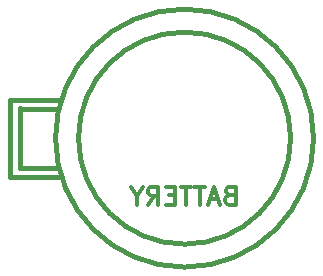
<source format=gbo>
G04 (created by PCBNEW (2011-nov-30)-testing) date Sun 23 Sep 2012 15:15:45 EDT*
%MOIN*%
G04 Gerber Fmt 3.4, Leading zero omitted, Abs format*
%FSLAX34Y34*%
G01*
G70*
G90*
G04 APERTURE LIST*
%ADD10C,0.006*%
%ADD11C,0.015*%
%ADD12C,0.012*%
G04 APERTURE END LIST*
G54D10*
G54D11*
X50193Y-42180D02*
X51866Y-42180D01*
X51768Y-41884D02*
X50587Y-41884D01*
X51768Y-39916D02*
X50587Y-39916D01*
X50193Y-39620D02*
X51866Y-39620D01*
X50530Y-39900D02*
X50530Y-41900D01*
X50181Y-39650D02*
X50181Y-42150D01*
X59535Y-40900D02*
G75*
G03X59535Y-40900I-3535J0D01*
G74*
G01*
X60301Y-40900D02*
G75*
G03X60301Y-40900I-4301J0D01*
G74*
G01*
G54D12*
X57499Y-42798D02*
X57413Y-42826D01*
X57385Y-42855D01*
X57356Y-42912D01*
X57356Y-42998D01*
X57385Y-43055D01*
X57413Y-43083D01*
X57471Y-43112D01*
X57699Y-43112D01*
X57699Y-42512D01*
X57499Y-42512D01*
X57442Y-42540D01*
X57413Y-42569D01*
X57385Y-42626D01*
X57385Y-42683D01*
X57413Y-42740D01*
X57442Y-42769D01*
X57499Y-42798D01*
X57699Y-42798D01*
X57128Y-42940D02*
X56842Y-42940D01*
X57185Y-43112D02*
X56985Y-42512D01*
X56785Y-43112D01*
X56671Y-42512D02*
X56328Y-42512D01*
X56499Y-43112D02*
X56499Y-42512D01*
X56214Y-42512D02*
X55871Y-42512D01*
X56042Y-43112D02*
X56042Y-42512D01*
X55671Y-42798D02*
X55471Y-42798D01*
X55385Y-43112D02*
X55671Y-43112D01*
X55671Y-42512D01*
X55385Y-42512D01*
X54785Y-43112D02*
X54985Y-42826D01*
X55128Y-43112D02*
X55128Y-42512D01*
X54900Y-42512D01*
X54842Y-42540D01*
X54814Y-42569D01*
X54785Y-42626D01*
X54785Y-42712D01*
X54814Y-42769D01*
X54842Y-42798D01*
X54900Y-42826D01*
X55128Y-42826D01*
X54414Y-42826D02*
X54414Y-43112D01*
X54614Y-42512D02*
X54414Y-42826D01*
X54214Y-42512D01*
M02*

</source>
